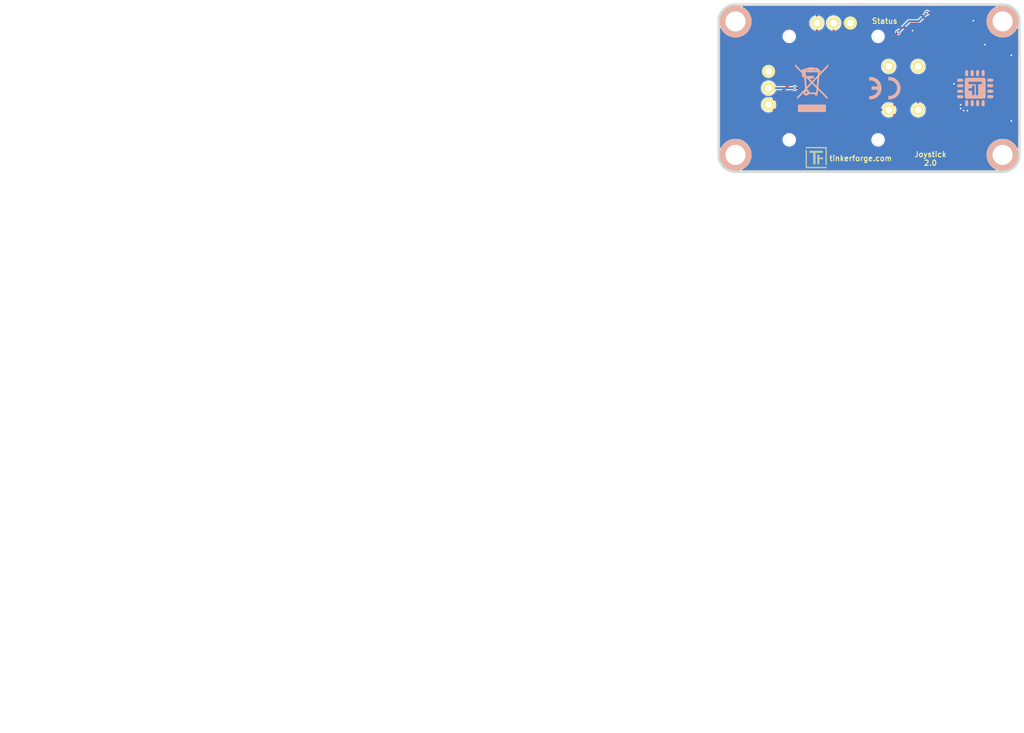
<source format=kicad_pcb>
(kicad_pcb (version 20221018) (generator pcbnew)
  (title_block (title "Joystick Bricklet") (date "2018-05-28") (rev "2.0") (company "Tinkerforge GmbH") (comment 1 "Licensed under CERN OHL v.1.1") (comment 2 "Copyright (©) 2018, L.Lauer <lukas@tinkerforge.com>"))
  (layers (0 "F.Cu" signal "Vorderseite") (31 "B.Cu" signal "Rückseite") (34 "B.Paste" user) (35 "F.Paste" user) (36 "B.SilkS" user "B.Silkscreen") (37 "F.SilkS" user "F.Silkscreen") (38 "B.Mask" user) (39 "F.Mask" user) (44 "Edge.Cuts" user))
  (net 0 "")
  (net 1 "GND")
  (net 2 "SWITCH")
  (net 3 "VCC")
  (net 4 "X")
  (net 5 "Y")
  (net 6 "Net-(C3-Pad2)")
  (net 7 "Net-(D1-Pad2)")
  (net 8 "Net-(P1-Pad1)")
  (net 9 "Net-(P1-Pad4)")
  (net 10 "Net-(P1-Pad5)")
  (net 11 "Net-(P1-Pad6)")
  (net 12 "Net-(P2-Pad1)")
  (net 13 "Net-(P3-Pad2)")
  (net 14 "Net-(R1-Pad1)")
  (net 15 "S-MISO")
  (net 16 "S-MOSI")
  (net 17 "S-CLK")
  (net 18 "S-CS")
  (net 19 "Net-(U1-Pad5)")
  (net 20 "Net-(U1-Pad6)")
  (net 21 "Net-(U1-Pad11)")
  (net 22 "Net-(U1-Pad12)")
  (net 23 "Net-(U1-Pad13)")
  (net 24 "Net-(U1-Pad14)")
  (net 25 "Net-(U1-Pad16)")
  (net 26 "Net-(U1-Pad17)")
  (net 27 "Net-(U1-Pad19)")
  (net 28 "Net-(U1-Pad20)")
  (net 29 "Net-(U1-Pad21)")
  (net 30 "Net-(U1-Pad4)")
  (footprint "kicad-libraries:DRILL_NP" (layer "F.Cu") (at 164.2 108.1)
    (fp_text reference "U5" hide)
    (fp_text value "DRILL" hide)
    (pad "" np_thru_hole circle (at 0 0) (size 2.99974 2.99974) (drill 2.99974) (layers "*.Cu" "*.Mask" "F.SilkS") (clearance 0.89916))
  )
  (footprint "kicad-libraries:DRILL_NP" (layer "F.Cu") (at 164.2 88.1)
    (fp_text reference "U4" hide)
    (fp_text value "DRILL" hide)
    (pad "" np_thru_hole circle (at 0 0) (size 2.99974 2.99974) (drill 2.99974) (layers "*.Cu" "*.Mask" "F.SilkS") (clearance 0.89916))
  )
  (footprint "kicad-libraries:Joystick_Button" (layer "F.Cu") (at 138.90116 98.09828 90)
    (fp_text reference "U3")
    (fp_text value "JOYSTICK_BUTTON")
    (pad "" thru_hole circle (at -7.74954 -6.64972 90) (size 1.50114 1.50114) (drill 1.50114) (layers "*.Cu" "*.Mask" "F.SilkS"))
    (pad "" thru_hole circle (at -7.74954 6.64972 90) (size 1.50114 1.50114) (drill 1.50114) (layers "*.Cu" "*.Mask" "F.SilkS"))
    (pad "" thru_hole circle (at 3.2512 8.24992 90) (size 1.99898 1.99898) (drill 1.00076) (layers "*.Cu" "*.Mask" "F.SilkS"))
    (pad "" thru_hole circle (at 3.2512 12.6492 90) (size 1.99898 1.99898) (drill 1.00076) (layers "*.Cu" "*.Mask" "F.SilkS"))
    (pad "" thru_hole circle (at 7.74954 -6.64972 90) (size 1.50114 1.50114) (drill 1.50114) (layers "*.Cu" "*.Mask" "F.SilkS"))
    (pad "" thru_hole circle (at 7.74954 6.64972 90) (size 1.50114 1.50114) (drill 1.50114) (layers "*.Cu" "*.Mask" "F.SilkS"))
    (pad "SW1" thru_hole circle (at -3.2512 8.24992 90) (size 1.99898 1.99898) (drill 1.00076) (layers "*.Cu" "*.Mask" "F.SilkS") (net 3 "VCC"))
    (pad "SW2" thru_hole circle (at -3.2512 12.6492 90) (size 1.99898 1.99898) (drill 1.00076) (layers "*.Cu" "*.Mask" "F.SilkS") (net 2 "SWITCH"))
    (pad "X1" thru_hole circle (at 9.75106 -2.49936 90) (size 1.99898 1.99898) (drill 1.00076) (layers "*.Cu" "*.Mask" "F.SilkS") (net 3 "VCC"))
    (pad "X2" thru_hole circle (at 9.75106 0 90) (size 1.99898 1.99898) (drill 1.00076) (layers "*.Cu" "*.Mask" "F.SilkS") (net 4 "X"))
    (pad "X3" thru_hole circle (at 9.75106 2.49936 90) (size 1.99898 1.99898) (drill 1.00076) (layers "*.Cu" "*.Mask" "F.SilkS") (net 1 "GND"))
    (pad "Y1" thru_hole circle (at -2.49936 -9.75106 90) (size 1.99898 1.99898) (drill 1.00076) (layers "*.Cu" "*.Mask" "F.SilkS") (net 3 "VCC"))
    (pad "Y2" thru_hole circle (at 0 -9.75106 90) (size 1.99898 1.99898) (drill 1.00076) (layers "*.Cu" "*.Mask" "F.SilkS") (net 5 "Y"))
    (pad "Y3" thru_hole circle (at 2.49936 -9.75106 90) (size 1.99898 1.99898) (drill 1.00076) (layers "*.Cu" "*.Mask" "F.SilkS") (net 1 "GND"))
  )
  (footprint "kicad-libraries:DRILL_NP" (layer "F.Cu") (at 124.2 88.1)
    (fp_text reference "U7" hide)
    (fp_text value "DRILL" hide)
    (pad "" np_thru_hole circle (at 0 0) (size 2.99974 2.99974) (drill 2.99974) (layers "*.Cu" "*.Mask" "F.SilkS") (clearance 0.89916))
  )
  (footprint "kicad-libraries:DRILL_NP" (layer "F.Cu") (at 124.2 108.1)
    (fp_text reference "U6" hide)
    (fp_text value "DRILL" hide)
    (pad "" np_thru_hole circle (at 0 0) (size 2.99974 2.99974) (drill 2.99974) (layers "*.Cu" "*.Mask" "F.SilkS") (clearance 0.89916))
  )
  (footprint "kicad-libraries:Logo_31x31" (layer "F.Cu") (at 134.7 106.92)
    (fp_text reference "Ref**" hide)
    (fp_text value "Val**" hide)
  )
  (footprint "kicad-libraries:Fiducial_Mark" (layer "F.Cu") (at 160.70452 109.09902)
    (fp_text reference "Fiducial_Mark" hide)
    (fp_text value "VAL**" hide)
    (pad "1" smd circle (at 0 0) (size 1.00076 1.00076) (layers "F.Cu" "F.Paste" "F.Mask") (clearance 0.65024))
  )
  (footprint "kicad-libraries:Fiducial_Mark" (layer "F.Cu") (at 123.30556 91.79908)
    (fp_text reference "Fiducial_Mark" hide)
    (fp_text value "VAL**" hide)
    (pad "1" smd circle (at 0 0) (size 1.00076 1.00076) (layers "F.Cu" "F.Paste" "F.Mask") (clearance 0.65024))
  )
  (footprint "kicad-libraries:C0805" (layer "F.Cu") (at 160.13 99.99 90)
    (fp_text reference "C1")
    (fp_text value "10uF")
    (pad "1" smd rect (at -1.00076 0 90) (size 1.00076 1.24968) (layers "F.Cu" "F.Paste" "F.Mask") (net 1 "GND") (clearance 0.14986))
    (pad "2" smd rect (at 1.00076 0 90) (size 1.00076 1.24968) (layers "F.Cu" "F.Paste" "F.Mask") (net 3 "VCC") (clearance 0.14986))
  )
  (footprint "kicad-libraries:C0603F" (layer "F.Cu") (at 151.45 90.23 -90)
    (fp_text reference "C2")
    (fp_text value "100nF")
    (pad "1" smd rect (at -0.75 0 270) (size 0.9 0.9) (layers "F.Cu" "F.Paste" "F.Mask") (net 1 "GND"))
    (pad "2" smd rect (at 0.75 0 270) (size 0.9 0.9) (layers "F.Cu" "F.Paste" "F.Mask") (net 3 "VCC"))
  )
  (footprint "kicad-libraries:C0402E" (layer "F.Cu") (at 161.54 92.86 -90)
    (fp_text reference "C3")
    (fp_text value "220pF")
    (pad "1" smd rect (at -0.65 0 270) (size 0.7 0.9) (layers "F.Cu" "F.Paste" "F.Mask") (net 1 "GND"))
    (pad "2" smd rect (at 0.65 0 270) (size 0.7 0.9) (layers "F.Cu" "F.Paste" "F.Mask") (net 6 "Net-(C3-Pad2)"))
  )
  (footprint "kicad-libraries:C0603F" (layer "F.Cu") (at 158.63 99.99 90)
    (fp_text reference "C4")
    (fp_text value "1uF")
    (pad "1" smd rect (at -0.75 0 90) (size 0.9 0.9) (layers "F.Cu" "F.Paste" "F.Mask") (net 1 "GND"))
    (pad "2" smd rect (at 0.75 0 90) (size 0.9 0.9) (layers "F.Cu" "F.Paste" "F.Mask") (net 3 "VCC"))
  )
  (footprint "kicad-libraries:D0603F" (layer "F.Cu") (at 146.51 86.75)
    (fp_text reference "D1")
    (fp_text value "blue")
    (pad "1" smd rect (at -0.75 0) (size 0.9 0.9) (layers "F.Cu" "F.Paste" "F.Mask") (net 3 "VCC"))
    (pad "2" smd rect (at 0.75 0) (size 0.9 0.9) (layers "F.Cu" "F.Paste" "F.Mask") (net 7 "Net-(D1-Pad2)"))
  )
  (footprint "kicad-libraries:CON-SENSOR2" (layer "F.Cu") (at 166.7 98.1 90)
    (fp_text reference "P1")
    (fp_text value "CON-SENSOR2")
    (pad "1" smd rect (at -3.75 -4.6 90) (size 0.6 1.8) (layers "F.Cu" "F.Paste" "F.Mask") (net 8 "Net-(P1-Pad1)"))
    (pad "2" smd rect (at -2.5 -4.6 90) (size 0.6 1.8) (layers "F.Cu" "F.Paste" "F.Mask") (net 1 "GND"))
    (pad "3" smd rect (at -1.25 -4.6 90) (size 0.6 1.8) (layers "F.Cu" "F.Paste" "F.Mask") (net 3 "VCC"))
    (pad "4" smd rect (at 0 -4.6 90) (size 0.6 1.8) (layers "F.Cu" "F.Paste" "F.Mask") (net 9 "Net-(P1-Pad4)"))
    (pad "5" smd rect (at 1.25 -4.6 90) (size 0.6 1.8) (layers "F.Cu" "F.Paste" "F.Mask") (net 10 "Net-(P1-Pad5)"))
    (pad "6" smd rect (at 2.5 -4.6 90) (size 0.6 1.8) (layers "F.Cu" "F.Paste" "F.Mask") (net 11 "Net-(P1-Pad6)"))
    (pad "7" smd rect (at 3.75 -4.6 90) (size 0.6 1.8) (layers "F.Cu" "F.Paste" "F.Mask") (net 6 "Net-(C3-Pad2)"))
    (pad "EP" smd rect (at -5.9 -1.2 90) (size 1.4 2.4) (layers "F.Cu" "F.Paste" "F.Mask") (net 1 "GND"))
    (pad "EP" smd rect (at 5.9 -1.2 90) (size 1.4 2.4) (layers "F.Cu" "F.Paste" "F.Mask") (net 1 "GND"))
  )
  (footprint "kicad-libraries:DEBUG_PAD" (layer "F.Cu") (at 154.82 94.49)
    (fp_text reference "P2")
    (fp_text value "DEBUG")
    (pad "1" smd circle (at 0 0) (size 0.7 0.7) (layers "F.Cu" "F.Paste" "F.Mask") (net 12 "Net-(P2-Pad1)"))
  )
  (footprint "kicad-libraries:SolderJumper" (layer "F.Cu") (at 159.6 87.02 180)
    (fp_text reference "P3")
    (fp_text value "BOOT")
    (pad "1" smd rect (at -0.5 0 180) (size 0.4 1.4) (layers "F.Cu" "F.Mask") (net 1 "GND"))
    (pad "1" smd rect (at -0.225 -0.55 180) (size 0.95 0.3) (layers "F.Cu" "F.Mask") (net 1 "GND"))
    (pad "1" smd rect (at -0.225 0.55 180) (size 0.95 0.3) (layers "F.Cu" "F.Mask") (net 1 "GND"))
    (pad "2" smd rect (at 0.15 0 180) (size 0.6 0.5) (layers "F.Cu" "F.Mask") (net 13 "Net-(P3-Pad2)"))
    (pad "2" smd rect (at 0.55 0 180) (size 0.3 1.4) (layers "F.Cu" "F.Mask") (net 13 "Net-(P3-Pad2)"))
  )
  (footprint "kicad-libraries:R0603F" (layer "F.Cu") (at 149.48 86.75 180)
    (fp_text reference "R1")
    (fp_text value "1k")
    (pad "1" smd rect (at -0.75 0 180) (size 0.9 0.9) (layers "F.Cu" "F.Paste" "F.Mask") (net 14 "Net-(R1-Pad1)"))
    (pad "2" smd rect (at 0.75 0 180) (size 0.9 0.9) (layers "F.Cu" "F.Paste" "F.Mask") (net 7 "Net-(D1-Pad2)"))
  )
  (footprint "kicad-libraries:R0603F" (layer "F.Cu") (at 156.16 96.72)
    (fp_text reference "R3")
    (fp_text value "10k")
    (pad "1" smd rect (at -0.75 0) (size 0.9 0.9) (layers "F.Cu" "F.Paste" "F.Mask") (net 2 "SWITCH"))
    (pad "2" smd rect (at 0.75 0) (size 0.9 0.9) (layers "F.Cu" "F.Paste" "F.Mask") (net 1 "GND"))
  )
  (footprint "kicad-libraries:4X0402" (layer "F.Cu") (at 159.63 92.9)
    (fp_text reference "RP1")
    (fp_text value "82")
    (pad "1" smd rect (at -0.7493 0.575 180) (size 0.29972 0.65) (layers "F.Cu" "F.Paste" "F.Mask") (net 9 "Net-(P1-Pad4)"))
    (pad "2" smd rect (at -0.24892 0.575 180) (size 0.29972 0.65) (layers "F.Cu" "F.Paste" "F.Mask") (net 10 "Net-(P1-Pad5)"))
    (pad "3" smd rect (at 0.24892 0.575 180) (size 0.29972 0.65) (layers "F.Cu" "F.Paste" "F.Mask") (net 11 "Net-(P1-Pad6)"))
    (pad "4" smd rect (at 0.7493 0.575 180) (size 0.29972 0.65) (layers "F.Cu" "F.Paste" "F.Mask") (net 6 "Net-(C3-Pad2)"))
    (pad "5" smd rect (at 0.7493 -0.575) (size 0.29972 0.65) (layers "F.Cu" "F.Paste" "F.Mask") (net 15 "S-MISO"))
    (pad "6" smd rect (at 0.24892 -0.575) (size 0.29972 0.65) (layers "F.Cu" "F.Paste" "F.Mask") (net 16 "S-MOSI"))
    (pad "7" smd rect (at -0.24892 -0.575) (size 0.29972 0.65) (layers "F.Cu" "F.Paste" "F.Mask") (net 17 "S-CLK"))
    (pad "8" smd rect (at -0.7493 -0.575) (size 0.29972 0.65) (layers "F.Cu" "F.Paste" "F.Mask") (net 18 "S-CS"))
  )
  (footprint "kicad-libraries:QFN24-4x4mm-0.5mm" (layer "F.Cu") (at 155.09 90.04 -90)
    (fp_text reference "U1")
    (fp_text value "XMC1100")
    (pad "1" smd oval (at -2.025 -1.25 270) (size 1 0.3) (layers "F.Cu" "F.Paste" "F.Mask") (net 15 "S-MISO"))
    (pad "2" smd oval (at -2.025 -0.75 270) (size 1 0.3) (layers "F.Cu" "F.Paste" "F.Mask") (net 13 "Net-(P3-Pad2)"))
    (pad "3" smd oval (at -2.025 -0.25 270) (size 1 0.3) (layers "F.Cu" "F.Paste" "F.Mask") (net 5 "Y"))
    (pad "4" smd oval (at -2.025 0.25 270) (size 1 0.3) (layers "F.Cu" "F.Paste" "F.Mask") (net 30 "Net-(U1-Pad4)"))
    (pad "5" smd oval (at -2.025 0.75 270) (size 1 0.3) (layers "F.Cu" "F.Paste" "F.Mask") (net 19 "Net-(U1-Pad5)"))
    (pad "6" smd oval (at -2.025 1.25 270) (size 1 0.3) (layers "F.Cu" "F.Paste" "F.Mask") (net 20 "Net-(U1-Pad6)"))
    (pad "7" smd oval (at -1.25 2.025) (size 1 0.3) (layers "F.Cu" "F.Paste" "F.Mask") (net 14 "Net-(R1-Pad1)"))
    (pad "8" smd oval (at -0.75 2.025) (size 1 0.3) (layers "F.Cu" "F.Paste" "F.Mask") (net 4 "X"))
    (pad "9" smd oval (at -0.25 2.025) (size 1 0.3) (layers "F.Cu" "F.Paste" "F.Mask") (net 1 "GND"))
    (pad "10" smd oval (at 0.25 2.025) (size 1 0.3) (layers "F.Cu" "F.Paste" "F.Mask") (net 3 "VCC"))
    (pad "11" smd oval (at 0.75 2.025) (size 1 0.3) (layers "F.Cu" "F.Paste" "F.Mask") (net 21 "Net-(U1-Pad11)"))
    (pad "12" smd oval (at 1.25 2.025) (size 1 0.3) (layers "F.Cu" "F.Paste" "F.Mask") (net 22 "Net-(U1-Pad12)"))
    (pad "13" smd oval (at 2.025 1.25 270) (size 1 0.3) (layers "F.Cu" "F.Paste" "F.Mask") (net 23 "Net-(U1-Pad13)"))
    (pad "14" smd oval (at 2.025 0.75 270) (size 1 0.3) (layers "F.Cu" "F.Paste" "F.Mask") (net 24 "Net-(U1-Pad14)"))
    (pad "15" smd oval (at 2.025 0.25 270) (size 1 0.3) (layers "F.Cu" "F.Paste" "F.Mask") (net 12 "Net-(P2-Pad1)"))
    (pad "16" smd oval (at 2.025 -0.25 270) (size 1 0.3) (layers "F.Cu" "F.Paste" "F.Mask") (net 25 "Net-(U1-Pad16)"))
    (pad "17" smd oval (at 2.025 -0.75 270) (size 1 0.3) (layers "F.Cu" "F.Paste" "F.Mask") (net 26 "Net-(U1-Pad17)"))
    (pad "18" smd oval (at 2.025 -1.25 270) (size 1 0.3) (layers "F.Cu" "F.Paste" "F.Mask") (net 2 "SWITCH"))
    (pad "19" smd oval (at 1.25 -2.025) (size 1 0.3) (layers "F.Cu" "F.Paste" "F.Mask") (net 27 "Net-(U1-Pad19)"))
    (pad "20" smd oval (at 0.75 -2.025) (size 1 0.3) (layers "F.Cu" "F.Paste" "F.Mask") (net 28 "Net-(U1-Pad20)"))
    (pad "21" smd oval (at 0.25 -2.025) (size 1 0.3) (layers "F.Cu" "F.Paste" "F.Mask") (net 29 "Net-(U1-Pad21)"))
    (pad "22" smd oval (at -0.25 -2.025) (size 1 0.3) (layers "F.Cu" "F.Paste" "F.Mask") (net 18 "S-CS"))
    (pad "23" smd oval (at -0.75 -2.025) (size 1 0.3) (layers "F.Cu" "F.Paste" "F.Mask") (net 17 "S-CLK"))
    (pad "24" smd oval (at -1.25 -2.025) (size 1 0.3) (layers "F.Cu" "F.Paste" "F.Mask") (net 16 "S-MOSI"))
    (pad "EXP" smd rect (at -0.65 -0.65 270) (size 1.3 1.3) (layers "F.Cu" "F.Paste" "F.Mask") (net 1 "GND"))
    (pad "EXP" smd rect (at -0.65 0.65 270) (size 1.3 1.3) (layers "F.Cu" "F.Paste" "F.Mask") (net 1 "GND"))
    (pad "EXP" smd rect (at 0.65 -0.65 270) (size 1.3 1.3) (layers "F.Cu" "F.Paste" "F.Mask") (net 1 "GND"))
    (pad "EXP" smd rect (at 0.65 0.65 270) (size 1.3 1.3) (layers "F.Cu" "F.Paste" "F.Mask") (net 1 "GND"))
  )
  (footprint "kicad-libraries:WEEE_7mm" (layer "B.Cu") (at 135.63 98.1 180)
    (fp_text reference "VAL" hide)
    (fp_text value "WEEE_7mm" hide)
  )
  (footprint "kicad-libraries:CE_5mm" (layer "B.Cu") (at 146.53 98.1 180)
    (fp_text reference "VAL" hide)
    (fp_text value "CE_5mm" hide)
  )
  (footprint "kicad-libraries:Logo_CoMCU" (layer "B.Cu") (at 160.09 98.11 180)
    (fp_text reference "G***" hide)
    (fp_text value "LOGO" hide)
  )
  (gr_arc (start 121.7 88.1) (mid 122.432233 86.332233) (end 124.2 85.6) (stroke (width 0.381)) (layer "Edge.Cuts"))
  (gr_line (start 166.7 108.1) (end 166.7 88.1) (stroke (width 0.381)) (layer "Edge.Cuts"))
  (gr_arc (start 124.2 110.6) (mid 122.432233 109.867767) (end 121.7 108.1) (stroke (width 0.381)) (layer "Edge.Cuts"))
  (gr_arc (start 164.2 85.6) (mid 165.967767 86.332233) (end 166.7 88.1) (stroke (width 0.381)) (layer "Edge.Cuts"))
  (gr_line (start 121.7 88.1) (end 121.7 108.1) (stroke (width 0.381)) (layer "Edge.Cuts"))
  (gr_line (start 164.2 85.6) (end 124.2 85.6) (stroke (width 0.381)) (layer "Edge.Cuts"))
  (gr_line (start 124.2 110.6) (end 164.2 110.6) (stroke (width 0.381)) (layer "Edge.Cuts"))
  (gr_arc (start 166.7 108.1) (mid 165.967767 109.867767) (end 164.2 110.6) (stroke (width 0.381)) (layer "Edge.Cuts"))
  (gr_text "tinkerforge.com" (at 142.94 108.62) (layer "F.SilkS") (effects (font (size 0.8 0.8) (thickness 0.14986))))
  (gr_text "Status" (at 146.54 88.05) (layer "F.SilkS") (effects (font (size 0.8 0.8))))
  (gr_text "Joystick\n2.0" (at 153.39 108.67) (layer "F.SilkS") (effects (font (size 0.8 0.8))))
  (segment (start 161.08 100.6) (end 160.68924 100.99076) (width 0.55) (layer "F.Cu") (net 1))
  (segment (start 160.68924 100.99076) (end 160.13 100.99076) (width 0.55) (layer "F.Cu") (net 1))
  (segment (start 159.41076 100.99076) (end 159.16 100.74) (width 0.55) (layer "F.Cu") (net 1))
  (segment (start 159.16 100.74) (end 158.63 100.74) (width 0.55) (layer "F.Cu") (net 1))
  (segment (start 158.63 101.17) (end 158.93 101.47) (width 0.55) (layer "F.Cu") (net 1))
  (segment (start 158.63 101.2) (end 158.37 101.46) (width 0.55) (layer "F.Cu") (net 1))
  (segment (start 158.31 100.74) (end 157.9 101.15) (width 0.55) (layer "F.Cu") (net 1))
  (segment (start 158.05 100.74) (end 157.9 100.59) (width 0.55) (layer "F.Cu") (net 1))
  (segment (start 158.38 101.47) (end 158.37 101.46) (width 0.55) (layer "F.Cu") (net 1))
  (segment (start 158.22 101.47) (end 157.9 101.15) (width 0.55) (layer "F.Cu") (net 1))
  (segment (start 155.74 90.69) (end 155.74 89.39) (width 0.55) (layer "F.Cu") (net 1))
  (segment (start 155.74 89.39) (end 154.44 89.39) (width 0.55) (layer "F.Cu") (net 1))
  (segment (start 154.44 89.39) (end 154.44 90.69) (width 0.55) (layer "F.Cu") (net 1))
  (segment (start 154.04 89.79) (end 154.44 89.39) (width 0.25) (layer "F.Cu") (net 1))
  (segment (start 152.33 89.79) (end 152.02 89.48) (width 0.25) (layer "F.Cu") (net 1))
  (segment (start 152.02 89.48) (end 151.45 89.48) (width 0.25) (layer "F.Cu") (net 1))
  (segment (start 160.01 86.47) (end 160.1 86.56) (width 0.29972) (layer "F.Cu") (net 1))
  (segment (start 160.1 86.56) (end 160.1 87.03) (width 0.29972) (layer "F.Cu") (net 1))
  (segment (start 160.1 87.03) (end 160.1 87.02) (width 0.29972) (layer "F.Cu") (net 1))
  (segment (start 160.03 87.57) (end 160.11 87.49) (width 0.29972) (layer "F.Cu") (net 1))
  (segment (start 160.11 87.49) (end 160.11 87.02) (width 0.29972) (layer "F.Cu") (net 1))
  (segment (start 160.11 87.02) (end 160.1 87.02) (width 0.29972) (layer "F.Cu") (net 1))
  (segment (start 159.825 87.995) (end 159.82 88) (width 0.29972) (layer "F.Cu") (net 1))
  (segment (start 160.13 100.99076) (end 159.41076 100.99076) (width 0.55) (layer "F.Cu") (net 1))
  (segment (start 159.825 87.57) (end 159.825 87.995) (width 0.29972) (layer "F.Cu") (net 1))
  (segment (start 162.1 100.6) (end 161.08 100.6) (width 0.55) (layer "F.Cu") (net 1))
  (segment (start 153.065 89.79) (end 152.33 89.79) (width 0.25) (layer "F.Cu") (net 1))
  (segment (start 151.45 89.48) (end 150.72 89.48) (width 0.55) (layer "F.Cu") (net 1))
  (segment (start 158.93 101.47) (end 158.38 101.47) (width 0.55) (layer "F.Cu") (net 1))
  (segment (start 165.5 104) (end 165.5 103.02) (width 0.55) (layer "F.Cu") (net 1))
  (segment (start 158.63 101.2) (end 158.63 100.74) (width 0.55) (layer "F.Cu") (net 1))
  (segment (start 154.44 90.69) (end 155.74 90.69) (width 0.55) (layer "F.Cu") (net 1))
  (segment (start 165.5 92.2) (end 165.5 93.18) (width 0.55) (layer "F.Cu") (net 1))
  (segment (start 158.05 100.74) (end 158.63 100.74) (width 0.55) (layer "F.Cu") (net 1))
  (segment (start 159.825 87.57) (end 160.03 87.57) (width 0.29972) (layer "F.Cu") (net 1))
  (segment (start 157.9 100.59) (end 157.9 101.15) (width 0.55) (layer "F.Cu") (net 1))
  (segment (start 153.065 89.79) (end 154.04 89.79) (width 0.25) (layer "F.Cu") (net 1))
  (segment (start 159.825 86.47) (end 160.01 86.47) (width 0.29972) (layer "F.Cu") (net 1))
  (segment (start 158.93 101.47) (end 158.22 101.47) (width 0.55) (layer "F.Cu") (net 1))
  (segment (start 161.54 92.21) (end 161.54 91.58) (width 0.55) (layer "F.Cu") (net 1))
  (segment (start 156.91 96.72) (end 156.91 97.45) (width 0.55) (layer "F.Cu") (net 1))
  (via (at 165.5 93.18) (size 0.55) (drill 0.25) (layers "F.Cu" "B.Cu") (net 1))
  (via (at 165.5 103.02) (size 0.55) (drill 0.25) (layers "F.Cu" "B.Cu") (net 1))
  (via (at 150.72 89.48) (size 0.55) (drill 0.25) (layers "F.Cu" "B.Cu") (net 1))
  (via (at 158.93 101.47) (size 0.55) (drill 0.25) (layers "F.Cu" "B.Cu") (net 1))
  (via (at 157.9 100.59) (size 0.55) (drill 0.25) (layers "F.Cu" "B.Cu") (net 1))
  (via (at 161.54 91.58) (size 0.55) (drill 0.25) (layers "F.Cu" "B.Cu") (net 1))
  (via (at 158.37 101.46) (size 0.55) (drill 0.25) (layers "F.Cu" "B.Cu") (net 1))
  (via (at 156.91 97.45) (size 0.55) (drill 0.25) (layers "F.Cu" "B.Cu") (net 1))
  (via (at 157.9 101.15) (size 0.55) (drill 0.25) (layers "F.Cu" "B.Cu") (net 1))
  (via (at 159.82 88) (size 0.55) (drill 0.25) (layers "F.Cu" "B.Cu") (net 1))
  (segment (start 151.55036 98.90964) (end 153.74 96.72) (width 0.25) (layer "F.Cu") (net 2))
  (segment (start 153.74 96.72) (end 155.41 96.72) (width 0.25) (layer "F.Cu") (net 2))
  (segment (start 155.41 95.5) (end 156.34 94.57) (width 0.25) (layer "F.Cu") (net 2))
  (segment (start 156.34 94.57) (end 156.34 92.065) (width 0.25) (layer "F.Cu") (net 2))
  (segment (start 151.55036 101.34948) (end 151.55036 98.90964) (width 0.25) (layer "F.Cu") (net 2))
  (segment (start 155.41 96.72) (end 155.41 95.5) (width 0.25) (layer "F.Cu") (net 2))
  (segment (start 161.05 99.35) (end 160.68924 98.98924) (width 0.55) (layer "F.Cu") (net 3))
  (segment (start 160.68924 98.98924) (end 160.13 98.98924) (width 0.55) (layer "F.Cu") (net 3))
  (segment (start 159.53076 98.98924) (end 159.28 99.24) (width 0.55) (layer "F.Cu") (net 3))
  (segment (start 159.28 99.24) (end 158.63 99.24) (width 0.55) (layer "F.Cu") (net 3))
  (segment (start 147.17948 101.34948) (end 149.25 103.42) (width 0.29972) (layer "F.Cu") (net 3))
  (segment (start 149.25 103.42) (end 152.8 103.42) (width 0.29972) (layer "F.Cu") (net 3))
  (segment (start 152.8 103.42) (end 156.98 99.24) (width 0.29972) (layer "F.Cu") (net 3))
  (segment (start 156.98 99.24) (end 158.63 99.24) (width 0.29972) (layer "F.Cu") (net 3))
  (segment (start 136.4018 87.1582) (end 137.06 86.5) (width 0.25) (layer "F.Cu") (net 3))
  (segment (start 137.06 86.5) (end 144.51 86.5) (width 0.25) (layer "F.Cu") (net 3))
  (segment (start 144.51 86.5) (end 144.76 86.75) (width 0.25) (layer "F.Cu") (net 3))
  (segment (start 144.76 86.75) (end 145.76 86.75) (width 0.25) (layer "F.Cu") (net 3))
  (segment (start 151.82 90.98) (end 152.51 90.29) (width 0.25) (layer "F.Cu") (net 3))
  (segment (start 152.51 90.29) (end 153.065 90.29) (width 0.25) (layer "F.Cu") (net 3))
  (segment (start 147.24052 101.34948) (end 149.19 99.4) (width 0.29972) (layer "F.Cu") (net 3))
  (segment (start 149.19 99.4) (end 149.19 92.56) (width 0.29972) (layer "F.Cu") (net 3))
  (segment (start 149.19 92.56) (end 150.77 90.98) (width 0.29972) (layer "F.Cu") (net 3))
  (segment (start 150.77 90.98) (end 151.45 90.98) (width 0.29972) (layer "F.Cu") (net 3))
  (segment (start 147.15108 101.34948) (end 147.17948 101.34948) (width 0.25) (layer "F.Cu") (net 3))
  (segment (start 147.15108 101.34948) (end 129.90194 101.34948) (width 0.29972) (layer "F.Cu") (net 3))
  (segment (start 136.4018 88.34722) (end 136.4018 93.40182) (width 0.29972) (layer "F.Cu") (net 3))
  (segment (start 130.7503 98.99744) (end 129.1501 100.59764) (width 0.29972) (layer "F.Cu") (net 3))
  (segment (start 162.1 99.35) (end 161.05 99.35) (width 0.55) (layer "F.Cu") (net 3))
  (segment (start 151.45 90.98) (end 151.82 90.98) (width 0.25) (layer "F.Cu") (net 3))
  (segment (start 130.80618 98.99744) (end 130.7503 98.99744) (width 0.29972) (layer "F.Cu") (net 3))
  (segment (start 147.15108 101.34948) (end 147.24052 101.34948) (width 0.25) (layer "F.Cu") (net 3))
  (segment (start 136.4018 88.34722) (end 136.4018 87.1582) (width 0.25) (layer "F.Cu") (net 3))
  (segment (start 129.90194 101.34948) (end 129.1501 100.59764) (width 0.29972) (layer "F.Cu") (net 3))
  (segment (start 136.4018 93.40182) (end 130.80618 98.99744) (width 0.29972) (layer "F.Cu") (net 3))
  (segment (start 160.13 98.98924) (end 159.53076 98.98924) (width 0.55) (layer "F.Cu") (net 3))
  (segment (start 138.90116 89.59116) (end 139.27 89.96) (width 0.25) (layer "F.Cu") (net 4))
  (segment (start 139.27 89.96) (end 143.8 89.96) (width 0.25) (layer "F.Cu") (net 4))
  (segment (start 143.8 89.96) (end 144.72 89.04) (width 0.25) (layer "F.Cu") (net 4))
  (segment (start 144.72 89.04) (end 149.86 89.04) (width 0.25) (layer "F.Cu") (net 4))
  (segment (start 149.86 89.04) (end 150.47 88.43) (width 0.25) (layer "F.Cu") (net 4))
  (segment (start 150.47 88.43) (end 152 88.43) (width 0.25) (layer "F.Cu") (net 4))
  (segment (start 152 88.43) (end 152.28 88.71) (width 0.25) (layer "F.Cu") (net 4))
  (segment (start 152.28 88.71) (end 152.28 89.07) (width 0.25) (layer "F.Cu") (net 4))
  (segment (start 152.28 89.07) (end 152.5 89.29) (width 0.25) (layer "F.Cu") (net 4))
  (segment (start 152.5 89.29) (end 153.065 89.29) (width 0.25) (layer "F.Cu") (net 4))
  (segment (start 138.90116 88.34722) (end 138.90116 89.59116) (width 0.25) (layer "F.Cu") (net 4))
  (segment (start 155.34 87.15) (end 154.99 86.8) (width 0.29972) (layer "F.Cu") (net 5))
  (segment (start 154.99 86.8) (end 152.91 86.8) (width 0.29972) (layer "F.Cu") (net 5))
  (segment (start 148.52 89.73) (end 140.16 98.09) (width 0.29972) (layer "F.Cu") (net 5))
  (segment (start 140.16 98.09) (end 133.07 98.09) (width 0.29972) (layer "F.Cu") (net 5))
  (segment (start 155.34 88.015) (end 155.34 87.15) (width 0.29972) (layer "F.Cu") (net 5))
  (via (at 148.52 89.73) (size 0.55) (drill 0.25) (layers "F.Cu" "B.Cu") (net 5))
  (via (at 152.91 86.8) (size 0.55) (drill 0.25) (layers "F.Cu" "B.Cu") (net 5))
  (via (at 133.07 98.09) (size 0.55) (drill 0.25) (layers "F.Cu" "B.Cu") (net 5))
  (segment (start 152.91 86.8) (end 151.64 88.07) (width 0.29972) (layer "B.Cu") (net 5))
  (segment (start 151.64 88.07) (end 150.18 88.07) (width 0.29972) (layer "B.Cu") (net 5))
  (segment (start 150.18 88.07) (end 148.52 89.73) (width 0.29972) (layer "B.Cu") (net 5))
  (segment (start 133.07 98.09) (end 133.06172 98.09828) (width 0.29972) (layer "B.Cu") (net 5))
  (segment (start 133.06172 98.09828) (end 129.1501 98.09828) (width 0.29972) (layer "B.Cu") (net 5))
  (segment (start 161.85 94.35) (end 161.54 94.04) (width 0.25) (layer "F.Cu") (net 6))
  (segment (start 161.54 94.04) (end 161.54 93.51) (width 0.25) (layer "F.Cu") (net 6))
  (segment (start 160.4143 93.51) (end 160.3793 93.475) (width 0.25) (layer "F.Cu") (net 6))
  (segment (start 162.1 94.35) (end 161.85 94.35) (width 0.25) (layer "F.Cu") (net 6))
  (segment (start 161.54 93.51) (end 160.4143 93.51) (width 0.25) (layer "F.Cu") (net 6))
  (segment (start 147.26 86.75) (end 148.73 86.75) (width 0.25) (layer "F.Cu") (net 7))
  (segment (start 161.06 98.1) (end 158.8807 95.9207) (width 0.25) (layer "F.Cu") (net 9))
  (segment (start 158.8807 95.9207) (end 158.8807 93.475) (width 0.25) (layer "F.Cu") (net 9))
  (segment (start 162.1 98.1) (end 161.06 98.1) (width 0.25) (layer "F.Cu") (net 9))
  (segment (start 160.95 96.85) (end 159.38108 95.28108) (width 0.25) (layer "F.Cu") (net 10))
  (segment (start 159.38108 95.28108) (end 159.38108 93.475) (width 0.25) (layer "F.Cu") (net 10))
  (segment (start 162.1 96.85) (end 160.95 96.85) (width 0.25) (layer "F.Cu") (net 10))
  (segment (start 160.96 95.6) (end 159.87892 94.51892) (width 0.25) (layer "F.Cu") (net 11))
  (segment (start 159.87892 94.51892) (end 159.87892 93.475) (width 0.25) (layer "F.Cu") (net 11))
  (segment (start 162.1 95.6) (end 160.96 95.6) (width 0.25) (layer "F.Cu") (net 11))
  (segment (start 154.84 94.47) (end 154.82 94.49) (width 0.25) (layer "F.Cu") (net 12))
  (segment (start 154.84 92.065) (end 154.84 94.47) (width 0.25) (layer "F.Cu") (net 12))
  (segment (start 155.84 87.37) (end 156.19 87.02) (width 0.29972) (layer "F.Cu") (net 13))
  (segment (start 156.19 87.02) (end 159.05 87.02) (width 0.29972) (layer "F.Cu") (net 13))
  (segment (start 159.05 87.02) (end 159.45 87.02) (width 0.29972) (layer "F.Cu") (net 13))
  (segment (start 155.84 88.015) (end 155.84 87.37) (width 0.29972) (layer "F.Cu") (net 13))
  (segment (start 153.065 88.145) (end 151.67 86.75) (width 0.25) (layer "F.Cu") (net 14))
  (segment (start 151.67 86.75) (end 150.23 86.75) (width 0.25) (layer "F.Cu") (net 14))
  (segment (start 153.065 88.79) (end 153.065 88.145) (width 0.25) (layer "F.Cu") (net 14))
  (segment (start 158.115 88.015) (end 160.3793 90.2793) (width 0.25) (layer "F.Cu") (net 15))
  (segment (start 160.3793 90.2793) (end 160.3793 92.325) (width 0.25) (layer "F.Cu") (net 15))
  (segment (start 156.34 88.015) (end 158.115 88.015) (width 0.25) (layer "F.Cu") (net 15))
  (segment (start 159.87892 90.40892) (end 158.26 88.79) (width 0.25) (layer "F.Cu") (net 16))
  (segment (start 158.26 88.79) (end 157.115 88.79) (width 0.25) (layer "F.Cu") (net 16))
  (segment (start 159.87892 92.325) (end 159.87892 90.40892) (width 0.25) (layer "F.Cu") (net 16))
  (segment (start 159.38108 90.61108) (end 158.06 89.29) (width 0.25) (layer "F.Cu") (net 17))
  (segment (start 158.06 89.29) (end 157.115 89.29) (width 0.25) (layer "F.Cu") (net 17))
  (segment (start 159.38108 92.325) (end 159.38108 90.61108) (width 0.25) (layer "F.Cu") (net 17))
  (segment (start 158.8807 90.9807) (end 157.69 89.79) (width 0.25) (layer "F.Cu") (net 18))
  (segment (start 157.69 89.79) (end 157.115 89.79) (width 0.25) (layer "F.Cu") (net 18))
  (segment (start 158.8807 92.325) (end 158.8807 90.9807) (width 0.25) (layer "F.Cu") (net 18))
  (zone (net 1) (net_name "GND") (layer "B.Cu") (connect_pads yes (clearance 0.15)) (min_thickness 0.15) (fill yes (thermal_gap 0.29972) (thermal_bridge_width 0.29972))
    (polygon (pts (xy 166.7 110.6) (xy 121.7 110.6) (xy 121.7 85.6) (xy 166.7 85.6)))
  )
)
</source>
